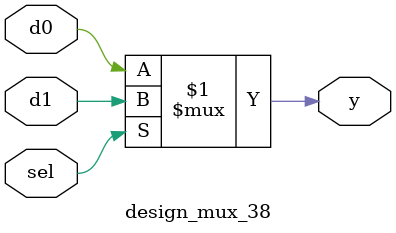
<source format=sv>
module design_mux_38(input logic sel, d0, d1, output logic y);
  assign y = sel ? d1 : d0;
endmodule

</source>
